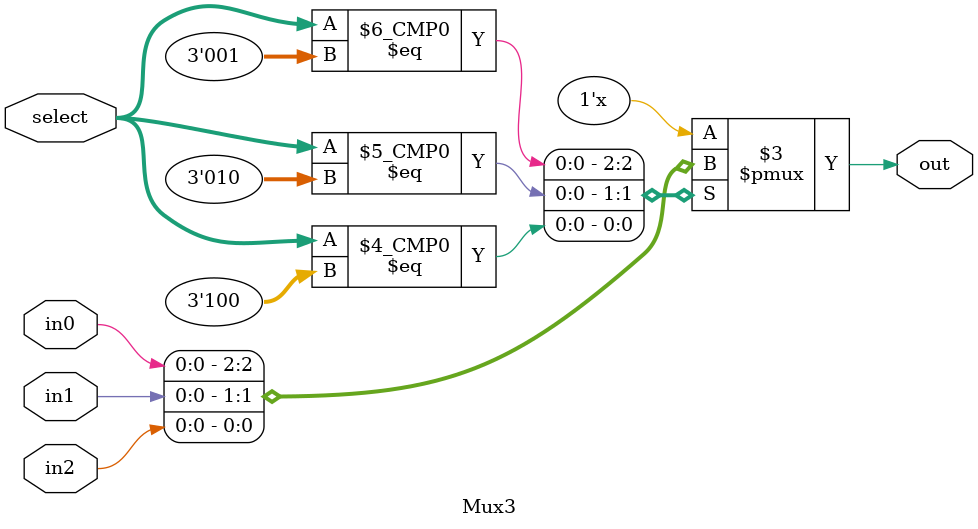
<source format=v>
module Mux3(in2, in1, in0, select, out);
  parameter n = 1; // width

	input [n-1:0] in2, in1, in0;
	input [2:0] select;
	output reg [n-1:0] out;

	// combinational always block for selecting input based on select
	always @(*) begin
		case (select)
			3'b001: out = in0;
			3'b010: out = in1;
			3'b100: out = in2;
			default: out = {n{1'bx}};
		endcase
	end
endmodule


</source>
